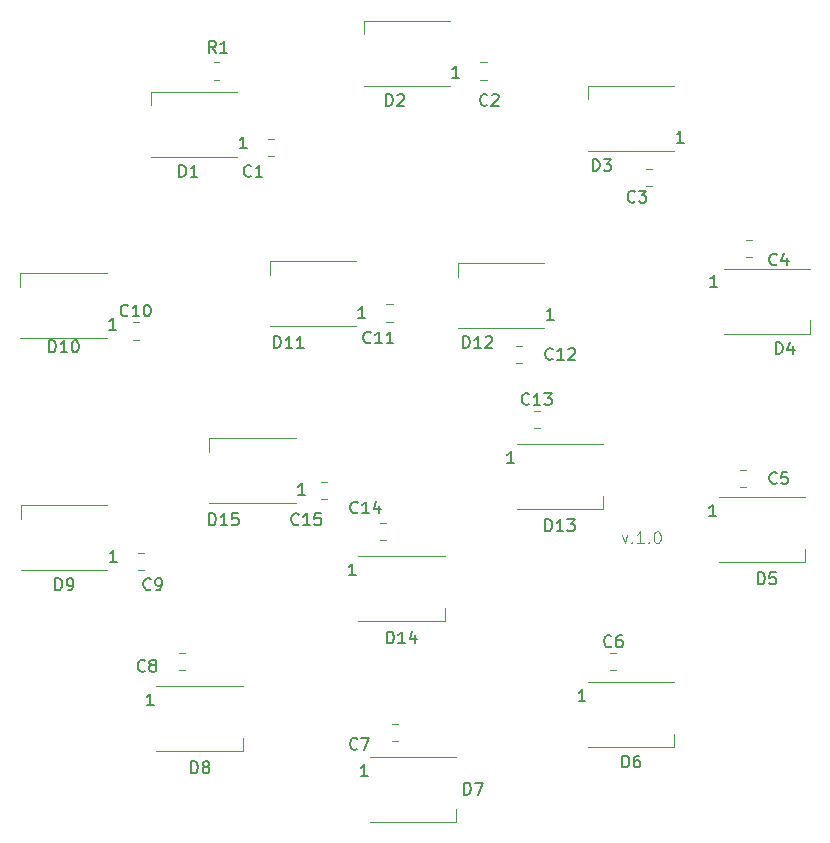
<source format=gbr>
%TF.GenerationSoftware,KiCad,Pcbnew,8.0.8*%
%TF.CreationDate,2025-04-01T18:22:34+02:00*%
%TF.ProjectId,Haibadge_B,48616962-6164-4676-955f-422e6b696361,rev?*%
%TF.SameCoordinates,Original*%
%TF.FileFunction,Legend,Top*%
%TF.FilePolarity,Positive*%
%FSLAX46Y46*%
G04 Gerber Fmt 4.6, Leading zero omitted, Abs format (unit mm)*
G04 Created by KiCad (PCBNEW 8.0.8) date 2025-04-01 18:22:34*
%MOMM*%
%LPD*%
G01*
G04 APERTURE LIST*
%ADD10C,0.100000*%
%ADD11C,0.150000*%
%ADD12C,0.120000*%
G04 APERTURE END LIST*
D10*
X158208646Y-149305752D02*
X158446741Y-149972419D01*
X158446741Y-149972419D02*
X158684836Y-149305752D01*
X159065789Y-149877180D02*
X159113408Y-149924800D01*
X159113408Y-149924800D02*
X159065789Y-149972419D01*
X159065789Y-149972419D02*
X159018170Y-149924800D01*
X159018170Y-149924800D02*
X159065789Y-149877180D01*
X159065789Y-149877180D02*
X159065789Y-149972419D01*
X160065788Y-149972419D02*
X159494360Y-149972419D01*
X159780074Y-149972419D02*
X159780074Y-148972419D01*
X159780074Y-148972419D02*
X159684836Y-149115276D01*
X159684836Y-149115276D02*
X159589598Y-149210514D01*
X159589598Y-149210514D02*
X159494360Y-149258133D01*
X160494360Y-149877180D02*
X160541979Y-149924800D01*
X160541979Y-149924800D02*
X160494360Y-149972419D01*
X160494360Y-149972419D02*
X160446741Y-149924800D01*
X160446741Y-149924800D02*
X160494360Y-149877180D01*
X160494360Y-149877180D02*
X160494360Y-149972419D01*
X161161026Y-148972419D02*
X161256264Y-148972419D01*
X161256264Y-148972419D02*
X161351502Y-149020038D01*
X161351502Y-149020038D02*
X161399121Y-149067657D01*
X161399121Y-149067657D02*
X161446740Y-149162895D01*
X161446740Y-149162895D02*
X161494359Y-149353371D01*
X161494359Y-149353371D02*
X161494359Y-149591466D01*
X161494359Y-149591466D02*
X161446740Y-149781942D01*
X161446740Y-149781942D02*
X161399121Y-149877180D01*
X161399121Y-149877180D02*
X161351502Y-149924800D01*
X161351502Y-149924800D02*
X161256264Y-149972419D01*
X161256264Y-149972419D02*
X161161026Y-149972419D01*
X161161026Y-149972419D02*
X161065788Y-149924800D01*
X161065788Y-149924800D02*
X161018169Y-149877180D01*
X161018169Y-149877180D02*
X160970550Y-149781942D01*
X160970550Y-149781942D02*
X160922931Y-149591466D01*
X160922931Y-149591466D02*
X160922931Y-149353371D01*
X160922931Y-149353371D02*
X160970550Y-149162895D01*
X160970550Y-149162895D02*
X161018169Y-149067657D01*
X161018169Y-149067657D02*
X161065788Y-149020038D01*
X161065788Y-149020038D02*
X161161026Y-148972419D01*
D11*
X126833333Y-118859580D02*
X126785714Y-118907200D01*
X126785714Y-118907200D02*
X126642857Y-118954819D01*
X126642857Y-118954819D02*
X126547619Y-118954819D01*
X126547619Y-118954819D02*
X126404762Y-118907200D01*
X126404762Y-118907200D02*
X126309524Y-118811961D01*
X126309524Y-118811961D02*
X126261905Y-118716723D01*
X126261905Y-118716723D02*
X126214286Y-118526247D01*
X126214286Y-118526247D02*
X126214286Y-118383390D01*
X126214286Y-118383390D02*
X126261905Y-118192914D01*
X126261905Y-118192914D02*
X126309524Y-118097676D01*
X126309524Y-118097676D02*
X126404762Y-118002438D01*
X126404762Y-118002438D02*
X126547619Y-117954819D01*
X126547619Y-117954819D02*
X126642857Y-117954819D01*
X126642857Y-117954819D02*
X126785714Y-118002438D01*
X126785714Y-118002438D02*
X126833333Y-118050057D01*
X127785714Y-118954819D02*
X127214286Y-118954819D01*
X127500000Y-118954819D02*
X127500000Y-117954819D01*
X127500000Y-117954819D02*
X127404762Y-118097676D01*
X127404762Y-118097676D02*
X127309524Y-118192914D01*
X127309524Y-118192914D02*
X127214286Y-118240533D01*
X123833333Y-108454819D02*
X123500000Y-107978628D01*
X123261905Y-108454819D02*
X123261905Y-107454819D01*
X123261905Y-107454819D02*
X123642857Y-107454819D01*
X123642857Y-107454819D02*
X123738095Y-107502438D01*
X123738095Y-107502438D02*
X123785714Y-107550057D01*
X123785714Y-107550057D02*
X123833333Y-107645295D01*
X123833333Y-107645295D02*
X123833333Y-107788152D01*
X123833333Y-107788152D02*
X123785714Y-107883390D01*
X123785714Y-107883390D02*
X123738095Y-107931009D01*
X123738095Y-107931009D02*
X123642857Y-107978628D01*
X123642857Y-107978628D02*
X123261905Y-107978628D01*
X124785714Y-108454819D02*
X124214286Y-108454819D01*
X124500000Y-108454819D02*
X124500000Y-107454819D01*
X124500000Y-107454819D02*
X124404762Y-107597676D01*
X124404762Y-107597676D02*
X124309524Y-107692914D01*
X124309524Y-107692914D02*
X124214286Y-107740533D01*
X171261905Y-133954819D02*
X171261905Y-132954819D01*
X171261905Y-132954819D02*
X171500000Y-132954819D01*
X171500000Y-132954819D02*
X171642857Y-133002438D01*
X171642857Y-133002438D02*
X171738095Y-133097676D01*
X171738095Y-133097676D02*
X171785714Y-133192914D01*
X171785714Y-133192914D02*
X171833333Y-133383390D01*
X171833333Y-133383390D02*
X171833333Y-133526247D01*
X171833333Y-133526247D02*
X171785714Y-133716723D01*
X171785714Y-133716723D02*
X171738095Y-133811961D01*
X171738095Y-133811961D02*
X171642857Y-133907200D01*
X171642857Y-133907200D02*
X171500000Y-133954819D01*
X171500000Y-133954819D02*
X171261905Y-133954819D01*
X172690476Y-133288152D02*
X172690476Y-133954819D01*
X172452381Y-132907200D02*
X172214286Y-133621485D01*
X172214286Y-133621485D02*
X172833333Y-133621485D01*
X166285714Y-128254819D02*
X165714286Y-128254819D01*
X166000000Y-128254819D02*
X166000000Y-127254819D01*
X166000000Y-127254819D02*
X165904762Y-127397676D01*
X165904762Y-127397676D02*
X165809524Y-127492914D01*
X165809524Y-127492914D02*
X165714286Y-127540533D01*
X118333333Y-153859580D02*
X118285714Y-153907200D01*
X118285714Y-153907200D02*
X118142857Y-153954819D01*
X118142857Y-153954819D02*
X118047619Y-153954819D01*
X118047619Y-153954819D02*
X117904762Y-153907200D01*
X117904762Y-153907200D02*
X117809524Y-153811961D01*
X117809524Y-153811961D02*
X117761905Y-153716723D01*
X117761905Y-153716723D02*
X117714286Y-153526247D01*
X117714286Y-153526247D02*
X117714286Y-153383390D01*
X117714286Y-153383390D02*
X117761905Y-153192914D01*
X117761905Y-153192914D02*
X117809524Y-153097676D01*
X117809524Y-153097676D02*
X117904762Y-153002438D01*
X117904762Y-153002438D02*
X118047619Y-152954819D01*
X118047619Y-152954819D02*
X118142857Y-152954819D01*
X118142857Y-152954819D02*
X118285714Y-153002438D01*
X118285714Y-153002438D02*
X118333333Y-153050057D01*
X118809524Y-153954819D02*
X119000000Y-153954819D01*
X119000000Y-153954819D02*
X119095238Y-153907200D01*
X119095238Y-153907200D02*
X119142857Y-153859580D01*
X119142857Y-153859580D02*
X119238095Y-153716723D01*
X119238095Y-153716723D02*
X119285714Y-153526247D01*
X119285714Y-153526247D02*
X119285714Y-153145295D01*
X119285714Y-153145295D02*
X119238095Y-153050057D01*
X119238095Y-153050057D02*
X119190476Y-153002438D01*
X119190476Y-153002438D02*
X119095238Y-152954819D01*
X119095238Y-152954819D02*
X118904762Y-152954819D01*
X118904762Y-152954819D02*
X118809524Y-153002438D01*
X118809524Y-153002438D02*
X118761905Y-153050057D01*
X118761905Y-153050057D02*
X118714286Y-153145295D01*
X118714286Y-153145295D02*
X118714286Y-153383390D01*
X118714286Y-153383390D02*
X118761905Y-153478628D01*
X118761905Y-153478628D02*
X118809524Y-153526247D01*
X118809524Y-153526247D02*
X118904762Y-153573866D01*
X118904762Y-153573866D02*
X119095238Y-153573866D01*
X119095238Y-153573866D02*
X119190476Y-153526247D01*
X119190476Y-153526247D02*
X119238095Y-153478628D01*
X119238095Y-153478628D02*
X119285714Y-153383390D01*
X151735714Y-148954819D02*
X151735714Y-147954819D01*
X151735714Y-147954819D02*
X151973809Y-147954819D01*
X151973809Y-147954819D02*
X152116666Y-148002438D01*
X152116666Y-148002438D02*
X152211904Y-148097676D01*
X152211904Y-148097676D02*
X152259523Y-148192914D01*
X152259523Y-148192914D02*
X152307142Y-148383390D01*
X152307142Y-148383390D02*
X152307142Y-148526247D01*
X152307142Y-148526247D02*
X152259523Y-148716723D01*
X152259523Y-148716723D02*
X152211904Y-148811961D01*
X152211904Y-148811961D02*
X152116666Y-148907200D01*
X152116666Y-148907200D02*
X151973809Y-148954819D01*
X151973809Y-148954819D02*
X151735714Y-148954819D01*
X153259523Y-148954819D02*
X152688095Y-148954819D01*
X152973809Y-148954819D02*
X152973809Y-147954819D01*
X152973809Y-147954819D02*
X152878571Y-148097676D01*
X152878571Y-148097676D02*
X152783333Y-148192914D01*
X152783333Y-148192914D02*
X152688095Y-148240533D01*
X153592857Y-147954819D02*
X154211904Y-147954819D01*
X154211904Y-147954819D02*
X153878571Y-148335771D01*
X153878571Y-148335771D02*
X154021428Y-148335771D01*
X154021428Y-148335771D02*
X154116666Y-148383390D01*
X154116666Y-148383390D02*
X154164285Y-148431009D01*
X154164285Y-148431009D02*
X154211904Y-148526247D01*
X154211904Y-148526247D02*
X154211904Y-148764342D01*
X154211904Y-148764342D02*
X154164285Y-148859580D01*
X154164285Y-148859580D02*
X154116666Y-148907200D01*
X154116666Y-148907200D02*
X154021428Y-148954819D01*
X154021428Y-148954819D02*
X153735714Y-148954819D01*
X153735714Y-148954819D02*
X153640476Y-148907200D01*
X153640476Y-148907200D02*
X153592857Y-148859580D01*
X149085714Y-143204819D02*
X148514286Y-143204819D01*
X148800000Y-143204819D02*
X148800000Y-142204819D01*
X148800000Y-142204819D02*
X148704762Y-142347676D01*
X148704762Y-142347676D02*
X148609524Y-142442914D01*
X148609524Y-142442914D02*
X148514286Y-142490533D01*
X121761905Y-169454819D02*
X121761905Y-168454819D01*
X121761905Y-168454819D02*
X122000000Y-168454819D01*
X122000000Y-168454819D02*
X122142857Y-168502438D01*
X122142857Y-168502438D02*
X122238095Y-168597676D01*
X122238095Y-168597676D02*
X122285714Y-168692914D01*
X122285714Y-168692914D02*
X122333333Y-168883390D01*
X122333333Y-168883390D02*
X122333333Y-169026247D01*
X122333333Y-169026247D02*
X122285714Y-169216723D01*
X122285714Y-169216723D02*
X122238095Y-169311961D01*
X122238095Y-169311961D02*
X122142857Y-169407200D01*
X122142857Y-169407200D02*
X122000000Y-169454819D01*
X122000000Y-169454819D02*
X121761905Y-169454819D01*
X122904762Y-168883390D02*
X122809524Y-168835771D01*
X122809524Y-168835771D02*
X122761905Y-168788152D01*
X122761905Y-168788152D02*
X122714286Y-168692914D01*
X122714286Y-168692914D02*
X122714286Y-168645295D01*
X122714286Y-168645295D02*
X122761905Y-168550057D01*
X122761905Y-168550057D02*
X122809524Y-168502438D01*
X122809524Y-168502438D02*
X122904762Y-168454819D01*
X122904762Y-168454819D02*
X123095238Y-168454819D01*
X123095238Y-168454819D02*
X123190476Y-168502438D01*
X123190476Y-168502438D02*
X123238095Y-168550057D01*
X123238095Y-168550057D02*
X123285714Y-168645295D01*
X123285714Y-168645295D02*
X123285714Y-168692914D01*
X123285714Y-168692914D02*
X123238095Y-168788152D01*
X123238095Y-168788152D02*
X123190476Y-168835771D01*
X123190476Y-168835771D02*
X123095238Y-168883390D01*
X123095238Y-168883390D02*
X122904762Y-168883390D01*
X122904762Y-168883390D02*
X122809524Y-168931009D01*
X122809524Y-168931009D02*
X122761905Y-168978628D01*
X122761905Y-168978628D02*
X122714286Y-169073866D01*
X122714286Y-169073866D02*
X122714286Y-169264342D01*
X122714286Y-169264342D02*
X122761905Y-169359580D01*
X122761905Y-169359580D02*
X122809524Y-169407200D01*
X122809524Y-169407200D02*
X122904762Y-169454819D01*
X122904762Y-169454819D02*
X123095238Y-169454819D01*
X123095238Y-169454819D02*
X123190476Y-169407200D01*
X123190476Y-169407200D02*
X123238095Y-169359580D01*
X123238095Y-169359580D02*
X123285714Y-169264342D01*
X123285714Y-169264342D02*
X123285714Y-169073866D01*
X123285714Y-169073866D02*
X123238095Y-168978628D01*
X123238095Y-168978628D02*
X123190476Y-168931009D01*
X123190476Y-168931009D02*
X123095238Y-168883390D01*
X118585714Y-163704819D02*
X118014286Y-163704819D01*
X118300000Y-163704819D02*
X118300000Y-162704819D01*
X118300000Y-162704819D02*
X118204762Y-162847676D01*
X118204762Y-162847676D02*
X118109524Y-162942914D01*
X118109524Y-162942914D02*
X118014286Y-162990533D01*
X146833333Y-112859580D02*
X146785714Y-112907200D01*
X146785714Y-112907200D02*
X146642857Y-112954819D01*
X146642857Y-112954819D02*
X146547619Y-112954819D01*
X146547619Y-112954819D02*
X146404762Y-112907200D01*
X146404762Y-112907200D02*
X146309524Y-112811961D01*
X146309524Y-112811961D02*
X146261905Y-112716723D01*
X146261905Y-112716723D02*
X146214286Y-112526247D01*
X146214286Y-112526247D02*
X146214286Y-112383390D01*
X146214286Y-112383390D02*
X146261905Y-112192914D01*
X146261905Y-112192914D02*
X146309524Y-112097676D01*
X146309524Y-112097676D02*
X146404762Y-112002438D01*
X146404762Y-112002438D02*
X146547619Y-111954819D01*
X146547619Y-111954819D02*
X146642857Y-111954819D01*
X146642857Y-111954819D02*
X146785714Y-112002438D01*
X146785714Y-112002438D02*
X146833333Y-112050057D01*
X147214286Y-112050057D02*
X147261905Y-112002438D01*
X147261905Y-112002438D02*
X147357143Y-111954819D01*
X147357143Y-111954819D02*
X147595238Y-111954819D01*
X147595238Y-111954819D02*
X147690476Y-112002438D01*
X147690476Y-112002438D02*
X147738095Y-112050057D01*
X147738095Y-112050057D02*
X147785714Y-112145295D01*
X147785714Y-112145295D02*
X147785714Y-112240533D01*
X147785714Y-112240533D02*
X147738095Y-112383390D01*
X147738095Y-112383390D02*
X147166667Y-112954819D01*
X147166667Y-112954819D02*
X147785714Y-112954819D01*
X138261905Y-112954819D02*
X138261905Y-111954819D01*
X138261905Y-111954819D02*
X138500000Y-111954819D01*
X138500000Y-111954819D02*
X138642857Y-112002438D01*
X138642857Y-112002438D02*
X138738095Y-112097676D01*
X138738095Y-112097676D02*
X138785714Y-112192914D01*
X138785714Y-112192914D02*
X138833333Y-112383390D01*
X138833333Y-112383390D02*
X138833333Y-112526247D01*
X138833333Y-112526247D02*
X138785714Y-112716723D01*
X138785714Y-112716723D02*
X138738095Y-112811961D01*
X138738095Y-112811961D02*
X138642857Y-112907200D01*
X138642857Y-112907200D02*
X138500000Y-112954819D01*
X138500000Y-112954819D02*
X138261905Y-112954819D01*
X139214286Y-112050057D02*
X139261905Y-112002438D01*
X139261905Y-112002438D02*
X139357143Y-111954819D01*
X139357143Y-111954819D02*
X139595238Y-111954819D01*
X139595238Y-111954819D02*
X139690476Y-112002438D01*
X139690476Y-112002438D02*
X139738095Y-112050057D01*
X139738095Y-112050057D02*
X139785714Y-112145295D01*
X139785714Y-112145295D02*
X139785714Y-112240533D01*
X139785714Y-112240533D02*
X139738095Y-112383390D01*
X139738095Y-112383390D02*
X139166667Y-112954819D01*
X139166667Y-112954819D02*
X139785714Y-112954819D01*
X144435714Y-110554819D02*
X143864286Y-110554819D01*
X144150000Y-110554819D02*
X144150000Y-109554819D01*
X144150000Y-109554819D02*
X144054762Y-109697676D01*
X144054762Y-109697676D02*
X143959524Y-109792914D01*
X143959524Y-109792914D02*
X143864286Y-109840533D01*
X128785714Y-133454819D02*
X128785714Y-132454819D01*
X128785714Y-132454819D02*
X129023809Y-132454819D01*
X129023809Y-132454819D02*
X129166666Y-132502438D01*
X129166666Y-132502438D02*
X129261904Y-132597676D01*
X129261904Y-132597676D02*
X129309523Y-132692914D01*
X129309523Y-132692914D02*
X129357142Y-132883390D01*
X129357142Y-132883390D02*
X129357142Y-133026247D01*
X129357142Y-133026247D02*
X129309523Y-133216723D01*
X129309523Y-133216723D02*
X129261904Y-133311961D01*
X129261904Y-133311961D02*
X129166666Y-133407200D01*
X129166666Y-133407200D02*
X129023809Y-133454819D01*
X129023809Y-133454819D02*
X128785714Y-133454819D01*
X130309523Y-133454819D02*
X129738095Y-133454819D01*
X130023809Y-133454819D02*
X130023809Y-132454819D01*
X130023809Y-132454819D02*
X129928571Y-132597676D01*
X129928571Y-132597676D02*
X129833333Y-132692914D01*
X129833333Y-132692914D02*
X129738095Y-132740533D01*
X131261904Y-133454819D02*
X130690476Y-133454819D01*
X130976190Y-133454819D02*
X130976190Y-132454819D01*
X130976190Y-132454819D02*
X130880952Y-132597676D01*
X130880952Y-132597676D02*
X130785714Y-132692914D01*
X130785714Y-132692914D02*
X130690476Y-132740533D01*
X136485714Y-130904819D02*
X135914286Y-130904819D01*
X136200000Y-130904819D02*
X136200000Y-129904819D01*
X136200000Y-129904819D02*
X136104762Y-130047676D01*
X136104762Y-130047676D02*
X136009524Y-130142914D01*
X136009524Y-130142914D02*
X135914286Y-130190533D01*
X144785714Y-133454819D02*
X144785714Y-132454819D01*
X144785714Y-132454819D02*
X145023809Y-132454819D01*
X145023809Y-132454819D02*
X145166666Y-132502438D01*
X145166666Y-132502438D02*
X145261904Y-132597676D01*
X145261904Y-132597676D02*
X145309523Y-132692914D01*
X145309523Y-132692914D02*
X145357142Y-132883390D01*
X145357142Y-132883390D02*
X145357142Y-133026247D01*
X145357142Y-133026247D02*
X145309523Y-133216723D01*
X145309523Y-133216723D02*
X145261904Y-133311961D01*
X145261904Y-133311961D02*
X145166666Y-133407200D01*
X145166666Y-133407200D02*
X145023809Y-133454819D01*
X145023809Y-133454819D02*
X144785714Y-133454819D01*
X146309523Y-133454819D02*
X145738095Y-133454819D01*
X146023809Y-133454819D02*
X146023809Y-132454819D01*
X146023809Y-132454819D02*
X145928571Y-132597676D01*
X145928571Y-132597676D02*
X145833333Y-132692914D01*
X145833333Y-132692914D02*
X145738095Y-132740533D01*
X146690476Y-132550057D02*
X146738095Y-132502438D01*
X146738095Y-132502438D02*
X146833333Y-132454819D01*
X146833333Y-132454819D02*
X147071428Y-132454819D01*
X147071428Y-132454819D02*
X147166666Y-132502438D01*
X147166666Y-132502438D02*
X147214285Y-132550057D01*
X147214285Y-132550057D02*
X147261904Y-132645295D01*
X147261904Y-132645295D02*
X147261904Y-132740533D01*
X147261904Y-132740533D02*
X147214285Y-132883390D01*
X147214285Y-132883390D02*
X146642857Y-133454819D01*
X146642857Y-133454819D02*
X147261904Y-133454819D01*
X152435714Y-131054819D02*
X151864286Y-131054819D01*
X152150000Y-131054819D02*
X152150000Y-130054819D01*
X152150000Y-130054819D02*
X152054762Y-130197676D01*
X152054762Y-130197676D02*
X151959524Y-130292914D01*
X151959524Y-130292914D02*
X151864286Y-130340533D01*
X123285714Y-148454819D02*
X123285714Y-147454819D01*
X123285714Y-147454819D02*
X123523809Y-147454819D01*
X123523809Y-147454819D02*
X123666666Y-147502438D01*
X123666666Y-147502438D02*
X123761904Y-147597676D01*
X123761904Y-147597676D02*
X123809523Y-147692914D01*
X123809523Y-147692914D02*
X123857142Y-147883390D01*
X123857142Y-147883390D02*
X123857142Y-148026247D01*
X123857142Y-148026247D02*
X123809523Y-148216723D01*
X123809523Y-148216723D02*
X123761904Y-148311961D01*
X123761904Y-148311961D02*
X123666666Y-148407200D01*
X123666666Y-148407200D02*
X123523809Y-148454819D01*
X123523809Y-148454819D02*
X123285714Y-148454819D01*
X124809523Y-148454819D02*
X124238095Y-148454819D01*
X124523809Y-148454819D02*
X124523809Y-147454819D01*
X124523809Y-147454819D02*
X124428571Y-147597676D01*
X124428571Y-147597676D02*
X124333333Y-147692914D01*
X124333333Y-147692914D02*
X124238095Y-147740533D01*
X125714285Y-147454819D02*
X125238095Y-147454819D01*
X125238095Y-147454819D02*
X125190476Y-147931009D01*
X125190476Y-147931009D02*
X125238095Y-147883390D01*
X125238095Y-147883390D02*
X125333333Y-147835771D01*
X125333333Y-147835771D02*
X125571428Y-147835771D01*
X125571428Y-147835771D02*
X125666666Y-147883390D01*
X125666666Y-147883390D02*
X125714285Y-147931009D01*
X125714285Y-147931009D02*
X125761904Y-148026247D01*
X125761904Y-148026247D02*
X125761904Y-148264342D01*
X125761904Y-148264342D02*
X125714285Y-148359580D01*
X125714285Y-148359580D02*
X125666666Y-148407200D01*
X125666666Y-148407200D02*
X125571428Y-148454819D01*
X125571428Y-148454819D02*
X125333333Y-148454819D01*
X125333333Y-148454819D02*
X125238095Y-148407200D01*
X125238095Y-148407200D02*
X125190476Y-148359580D01*
X131385714Y-145904819D02*
X130814286Y-145904819D01*
X131100000Y-145904819D02*
X131100000Y-144904819D01*
X131100000Y-144904819D02*
X131004762Y-145047676D01*
X131004762Y-145047676D02*
X130909524Y-145142914D01*
X130909524Y-145142914D02*
X130814286Y-145190533D01*
X135833333Y-167359580D02*
X135785714Y-167407200D01*
X135785714Y-167407200D02*
X135642857Y-167454819D01*
X135642857Y-167454819D02*
X135547619Y-167454819D01*
X135547619Y-167454819D02*
X135404762Y-167407200D01*
X135404762Y-167407200D02*
X135309524Y-167311961D01*
X135309524Y-167311961D02*
X135261905Y-167216723D01*
X135261905Y-167216723D02*
X135214286Y-167026247D01*
X135214286Y-167026247D02*
X135214286Y-166883390D01*
X135214286Y-166883390D02*
X135261905Y-166692914D01*
X135261905Y-166692914D02*
X135309524Y-166597676D01*
X135309524Y-166597676D02*
X135404762Y-166502438D01*
X135404762Y-166502438D02*
X135547619Y-166454819D01*
X135547619Y-166454819D02*
X135642857Y-166454819D01*
X135642857Y-166454819D02*
X135785714Y-166502438D01*
X135785714Y-166502438D02*
X135833333Y-166550057D01*
X136166667Y-166454819D02*
X136833333Y-166454819D01*
X136833333Y-166454819D02*
X136404762Y-167454819D01*
X116407142Y-130679580D02*
X116359523Y-130727200D01*
X116359523Y-130727200D02*
X116216666Y-130774819D01*
X116216666Y-130774819D02*
X116121428Y-130774819D01*
X116121428Y-130774819D02*
X115978571Y-130727200D01*
X115978571Y-130727200D02*
X115883333Y-130631961D01*
X115883333Y-130631961D02*
X115835714Y-130536723D01*
X115835714Y-130536723D02*
X115788095Y-130346247D01*
X115788095Y-130346247D02*
X115788095Y-130203390D01*
X115788095Y-130203390D02*
X115835714Y-130012914D01*
X115835714Y-130012914D02*
X115883333Y-129917676D01*
X115883333Y-129917676D02*
X115978571Y-129822438D01*
X115978571Y-129822438D02*
X116121428Y-129774819D01*
X116121428Y-129774819D02*
X116216666Y-129774819D01*
X116216666Y-129774819D02*
X116359523Y-129822438D01*
X116359523Y-129822438D02*
X116407142Y-129870057D01*
X117359523Y-130774819D02*
X116788095Y-130774819D01*
X117073809Y-130774819D02*
X117073809Y-129774819D01*
X117073809Y-129774819D02*
X116978571Y-129917676D01*
X116978571Y-129917676D02*
X116883333Y-130012914D01*
X116883333Y-130012914D02*
X116788095Y-130060533D01*
X117978571Y-129774819D02*
X118073809Y-129774819D01*
X118073809Y-129774819D02*
X118169047Y-129822438D01*
X118169047Y-129822438D02*
X118216666Y-129870057D01*
X118216666Y-129870057D02*
X118264285Y-129965295D01*
X118264285Y-129965295D02*
X118311904Y-130155771D01*
X118311904Y-130155771D02*
X118311904Y-130393866D01*
X118311904Y-130393866D02*
X118264285Y-130584342D01*
X118264285Y-130584342D02*
X118216666Y-130679580D01*
X118216666Y-130679580D02*
X118169047Y-130727200D01*
X118169047Y-130727200D02*
X118073809Y-130774819D01*
X118073809Y-130774819D02*
X117978571Y-130774819D01*
X117978571Y-130774819D02*
X117883333Y-130727200D01*
X117883333Y-130727200D02*
X117835714Y-130679580D01*
X117835714Y-130679580D02*
X117788095Y-130584342D01*
X117788095Y-130584342D02*
X117740476Y-130393866D01*
X117740476Y-130393866D02*
X117740476Y-130155771D01*
X117740476Y-130155771D02*
X117788095Y-129965295D01*
X117788095Y-129965295D02*
X117835714Y-129870057D01*
X117835714Y-129870057D02*
X117883333Y-129822438D01*
X117883333Y-129822438D02*
X117978571Y-129774819D01*
X136957142Y-132959580D02*
X136909523Y-133007200D01*
X136909523Y-133007200D02*
X136766666Y-133054819D01*
X136766666Y-133054819D02*
X136671428Y-133054819D01*
X136671428Y-133054819D02*
X136528571Y-133007200D01*
X136528571Y-133007200D02*
X136433333Y-132911961D01*
X136433333Y-132911961D02*
X136385714Y-132816723D01*
X136385714Y-132816723D02*
X136338095Y-132626247D01*
X136338095Y-132626247D02*
X136338095Y-132483390D01*
X136338095Y-132483390D02*
X136385714Y-132292914D01*
X136385714Y-132292914D02*
X136433333Y-132197676D01*
X136433333Y-132197676D02*
X136528571Y-132102438D01*
X136528571Y-132102438D02*
X136671428Y-132054819D01*
X136671428Y-132054819D02*
X136766666Y-132054819D01*
X136766666Y-132054819D02*
X136909523Y-132102438D01*
X136909523Y-132102438D02*
X136957142Y-132150057D01*
X137909523Y-133054819D02*
X137338095Y-133054819D01*
X137623809Y-133054819D02*
X137623809Y-132054819D01*
X137623809Y-132054819D02*
X137528571Y-132197676D01*
X137528571Y-132197676D02*
X137433333Y-132292914D01*
X137433333Y-132292914D02*
X137338095Y-132340533D01*
X138861904Y-133054819D02*
X138290476Y-133054819D01*
X138576190Y-133054819D02*
X138576190Y-132054819D01*
X138576190Y-132054819D02*
X138480952Y-132197676D01*
X138480952Y-132197676D02*
X138385714Y-132292914D01*
X138385714Y-132292914D02*
X138290476Y-132340533D01*
X158261905Y-168954819D02*
X158261905Y-167954819D01*
X158261905Y-167954819D02*
X158500000Y-167954819D01*
X158500000Y-167954819D02*
X158642857Y-168002438D01*
X158642857Y-168002438D02*
X158738095Y-168097676D01*
X158738095Y-168097676D02*
X158785714Y-168192914D01*
X158785714Y-168192914D02*
X158833333Y-168383390D01*
X158833333Y-168383390D02*
X158833333Y-168526247D01*
X158833333Y-168526247D02*
X158785714Y-168716723D01*
X158785714Y-168716723D02*
X158738095Y-168811961D01*
X158738095Y-168811961D02*
X158642857Y-168907200D01*
X158642857Y-168907200D02*
X158500000Y-168954819D01*
X158500000Y-168954819D02*
X158261905Y-168954819D01*
X159690476Y-167954819D02*
X159500000Y-167954819D01*
X159500000Y-167954819D02*
X159404762Y-168002438D01*
X159404762Y-168002438D02*
X159357143Y-168050057D01*
X159357143Y-168050057D02*
X159261905Y-168192914D01*
X159261905Y-168192914D02*
X159214286Y-168383390D01*
X159214286Y-168383390D02*
X159214286Y-168764342D01*
X159214286Y-168764342D02*
X159261905Y-168859580D01*
X159261905Y-168859580D02*
X159309524Y-168907200D01*
X159309524Y-168907200D02*
X159404762Y-168954819D01*
X159404762Y-168954819D02*
X159595238Y-168954819D01*
X159595238Y-168954819D02*
X159690476Y-168907200D01*
X159690476Y-168907200D02*
X159738095Y-168859580D01*
X159738095Y-168859580D02*
X159785714Y-168764342D01*
X159785714Y-168764342D02*
X159785714Y-168526247D01*
X159785714Y-168526247D02*
X159738095Y-168431009D01*
X159738095Y-168431009D02*
X159690476Y-168383390D01*
X159690476Y-168383390D02*
X159595238Y-168335771D01*
X159595238Y-168335771D02*
X159404762Y-168335771D01*
X159404762Y-168335771D02*
X159309524Y-168383390D01*
X159309524Y-168383390D02*
X159261905Y-168431009D01*
X159261905Y-168431009D02*
X159214286Y-168526247D01*
X155135714Y-163354819D02*
X154564286Y-163354819D01*
X154850000Y-163354819D02*
X154850000Y-162354819D01*
X154850000Y-162354819D02*
X154754762Y-162497676D01*
X154754762Y-162497676D02*
X154659524Y-162592914D01*
X154659524Y-162592914D02*
X154564286Y-162640533D01*
X150357142Y-138179580D02*
X150309523Y-138227200D01*
X150309523Y-138227200D02*
X150166666Y-138274819D01*
X150166666Y-138274819D02*
X150071428Y-138274819D01*
X150071428Y-138274819D02*
X149928571Y-138227200D01*
X149928571Y-138227200D02*
X149833333Y-138131961D01*
X149833333Y-138131961D02*
X149785714Y-138036723D01*
X149785714Y-138036723D02*
X149738095Y-137846247D01*
X149738095Y-137846247D02*
X149738095Y-137703390D01*
X149738095Y-137703390D02*
X149785714Y-137512914D01*
X149785714Y-137512914D02*
X149833333Y-137417676D01*
X149833333Y-137417676D02*
X149928571Y-137322438D01*
X149928571Y-137322438D02*
X150071428Y-137274819D01*
X150071428Y-137274819D02*
X150166666Y-137274819D01*
X150166666Y-137274819D02*
X150309523Y-137322438D01*
X150309523Y-137322438D02*
X150357142Y-137370057D01*
X151309523Y-138274819D02*
X150738095Y-138274819D01*
X151023809Y-138274819D02*
X151023809Y-137274819D01*
X151023809Y-137274819D02*
X150928571Y-137417676D01*
X150928571Y-137417676D02*
X150833333Y-137512914D01*
X150833333Y-137512914D02*
X150738095Y-137560533D01*
X151642857Y-137274819D02*
X152261904Y-137274819D01*
X152261904Y-137274819D02*
X151928571Y-137655771D01*
X151928571Y-137655771D02*
X152071428Y-137655771D01*
X152071428Y-137655771D02*
X152166666Y-137703390D01*
X152166666Y-137703390D02*
X152214285Y-137751009D01*
X152214285Y-137751009D02*
X152261904Y-137846247D01*
X152261904Y-137846247D02*
X152261904Y-138084342D01*
X152261904Y-138084342D02*
X152214285Y-138179580D01*
X152214285Y-138179580D02*
X152166666Y-138227200D01*
X152166666Y-138227200D02*
X152071428Y-138274819D01*
X152071428Y-138274819D02*
X151785714Y-138274819D01*
X151785714Y-138274819D02*
X151690476Y-138227200D01*
X151690476Y-138227200D02*
X151642857Y-138179580D01*
X130857142Y-148359580D02*
X130809523Y-148407200D01*
X130809523Y-148407200D02*
X130666666Y-148454819D01*
X130666666Y-148454819D02*
X130571428Y-148454819D01*
X130571428Y-148454819D02*
X130428571Y-148407200D01*
X130428571Y-148407200D02*
X130333333Y-148311961D01*
X130333333Y-148311961D02*
X130285714Y-148216723D01*
X130285714Y-148216723D02*
X130238095Y-148026247D01*
X130238095Y-148026247D02*
X130238095Y-147883390D01*
X130238095Y-147883390D02*
X130285714Y-147692914D01*
X130285714Y-147692914D02*
X130333333Y-147597676D01*
X130333333Y-147597676D02*
X130428571Y-147502438D01*
X130428571Y-147502438D02*
X130571428Y-147454819D01*
X130571428Y-147454819D02*
X130666666Y-147454819D01*
X130666666Y-147454819D02*
X130809523Y-147502438D01*
X130809523Y-147502438D02*
X130857142Y-147550057D01*
X131809523Y-148454819D02*
X131238095Y-148454819D01*
X131523809Y-148454819D02*
X131523809Y-147454819D01*
X131523809Y-147454819D02*
X131428571Y-147597676D01*
X131428571Y-147597676D02*
X131333333Y-147692914D01*
X131333333Y-147692914D02*
X131238095Y-147740533D01*
X132714285Y-147454819D02*
X132238095Y-147454819D01*
X132238095Y-147454819D02*
X132190476Y-147931009D01*
X132190476Y-147931009D02*
X132238095Y-147883390D01*
X132238095Y-147883390D02*
X132333333Y-147835771D01*
X132333333Y-147835771D02*
X132571428Y-147835771D01*
X132571428Y-147835771D02*
X132666666Y-147883390D01*
X132666666Y-147883390D02*
X132714285Y-147931009D01*
X132714285Y-147931009D02*
X132761904Y-148026247D01*
X132761904Y-148026247D02*
X132761904Y-148264342D01*
X132761904Y-148264342D02*
X132714285Y-148359580D01*
X132714285Y-148359580D02*
X132666666Y-148407200D01*
X132666666Y-148407200D02*
X132571428Y-148454819D01*
X132571428Y-148454819D02*
X132333333Y-148454819D01*
X132333333Y-148454819D02*
X132238095Y-148407200D01*
X132238095Y-148407200D02*
X132190476Y-148359580D01*
X138335714Y-158454819D02*
X138335714Y-157454819D01*
X138335714Y-157454819D02*
X138573809Y-157454819D01*
X138573809Y-157454819D02*
X138716666Y-157502438D01*
X138716666Y-157502438D02*
X138811904Y-157597676D01*
X138811904Y-157597676D02*
X138859523Y-157692914D01*
X138859523Y-157692914D02*
X138907142Y-157883390D01*
X138907142Y-157883390D02*
X138907142Y-158026247D01*
X138907142Y-158026247D02*
X138859523Y-158216723D01*
X138859523Y-158216723D02*
X138811904Y-158311961D01*
X138811904Y-158311961D02*
X138716666Y-158407200D01*
X138716666Y-158407200D02*
X138573809Y-158454819D01*
X138573809Y-158454819D02*
X138335714Y-158454819D01*
X139859523Y-158454819D02*
X139288095Y-158454819D01*
X139573809Y-158454819D02*
X139573809Y-157454819D01*
X139573809Y-157454819D02*
X139478571Y-157597676D01*
X139478571Y-157597676D02*
X139383333Y-157692914D01*
X139383333Y-157692914D02*
X139288095Y-157740533D01*
X140716666Y-157788152D02*
X140716666Y-158454819D01*
X140478571Y-157407200D02*
X140240476Y-158121485D01*
X140240476Y-158121485D02*
X140859523Y-158121485D01*
X135685714Y-152704819D02*
X135114286Y-152704819D01*
X135400000Y-152704819D02*
X135400000Y-151704819D01*
X135400000Y-151704819D02*
X135304762Y-151847676D01*
X135304762Y-151847676D02*
X135209524Y-151942914D01*
X135209524Y-151942914D02*
X135114286Y-151990533D01*
X159333333Y-121039580D02*
X159285714Y-121087200D01*
X159285714Y-121087200D02*
X159142857Y-121134819D01*
X159142857Y-121134819D02*
X159047619Y-121134819D01*
X159047619Y-121134819D02*
X158904762Y-121087200D01*
X158904762Y-121087200D02*
X158809524Y-120991961D01*
X158809524Y-120991961D02*
X158761905Y-120896723D01*
X158761905Y-120896723D02*
X158714286Y-120706247D01*
X158714286Y-120706247D02*
X158714286Y-120563390D01*
X158714286Y-120563390D02*
X158761905Y-120372914D01*
X158761905Y-120372914D02*
X158809524Y-120277676D01*
X158809524Y-120277676D02*
X158904762Y-120182438D01*
X158904762Y-120182438D02*
X159047619Y-120134819D01*
X159047619Y-120134819D02*
X159142857Y-120134819D01*
X159142857Y-120134819D02*
X159285714Y-120182438D01*
X159285714Y-120182438D02*
X159333333Y-120230057D01*
X159666667Y-120134819D02*
X160285714Y-120134819D01*
X160285714Y-120134819D02*
X159952381Y-120515771D01*
X159952381Y-120515771D02*
X160095238Y-120515771D01*
X160095238Y-120515771D02*
X160190476Y-120563390D01*
X160190476Y-120563390D02*
X160238095Y-120611009D01*
X160238095Y-120611009D02*
X160285714Y-120706247D01*
X160285714Y-120706247D02*
X160285714Y-120944342D01*
X160285714Y-120944342D02*
X160238095Y-121039580D01*
X160238095Y-121039580D02*
X160190476Y-121087200D01*
X160190476Y-121087200D02*
X160095238Y-121134819D01*
X160095238Y-121134819D02*
X159809524Y-121134819D01*
X159809524Y-121134819D02*
X159714286Y-121087200D01*
X159714286Y-121087200D02*
X159666667Y-121039580D01*
X152357142Y-134359580D02*
X152309523Y-134407200D01*
X152309523Y-134407200D02*
X152166666Y-134454819D01*
X152166666Y-134454819D02*
X152071428Y-134454819D01*
X152071428Y-134454819D02*
X151928571Y-134407200D01*
X151928571Y-134407200D02*
X151833333Y-134311961D01*
X151833333Y-134311961D02*
X151785714Y-134216723D01*
X151785714Y-134216723D02*
X151738095Y-134026247D01*
X151738095Y-134026247D02*
X151738095Y-133883390D01*
X151738095Y-133883390D02*
X151785714Y-133692914D01*
X151785714Y-133692914D02*
X151833333Y-133597676D01*
X151833333Y-133597676D02*
X151928571Y-133502438D01*
X151928571Y-133502438D02*
X152071428Y-133454819D01*
X152071428Y-133454819D02*
X152166666Y-133454819D01*
X152166666Y-133454819D02*
X152309523Y-133502438D01*
X152309523Y-133502438D02*
X152357142Y-133550057D01*
X153309523Y-134454819D02*
X152738095Y-134454819D01*
X153023809Y-134454819D02*
X153023809Y-133454819D01*
X153023809Y-133454819D02*
X152928571Y-133597676D01*
X152928571Y-133597676D02*
X152833333Y-133692914D01*
X152833333Y-133692914D02*
X152738095Y-133740533D01*
X153690476Y-133550057D02*
X153738095Y-133502438D01*
X153738095Y-133502438D02*
X153833333Y-133454819D01*
X153833333Y-133454819D02*
X154071428Y-133454819D01*
X154071428Y-133454819D02*
X154166666Y-133502438D01*
X154166666Y-133502438D02*
X154214285Y-133550057D01*
X154214285Y-133550057D02*
X154261904Y-133645295D01*
X154261904Y-133645295D02*
X154261904Y-133740533D01*
X154261904Y-133740533D02*
X154214285Y-133883390D01*
X154214285Y-133883390D02*
X153642857Y-134454819D01*
X153642857Y-134454819D02*
X154261904Y-134454819D01*
X171333333Y-144859580D02*
X171285714Y-144907200D01*
X171285714Y-144907200D02*
X171142857Y-144954819D01*
X171142857Y-144954819D02*
X171047619Y-144954819D01*
X171047619Y-144954819D02*
X170904762Y-144907200D01*
X170904762Y-144907200D02*
X170809524Y-144811961D01*
X170809524Y-144811961D02*
X170761905Y-144716723D01*
X170761905Y-144716723D02*
X170714286Y-144526247D01*
X170714286Y-144526247D02*
X170714286Y-144383390D01*
X170714286Y-144383390D02*
X170761905Y-144192914D01*
X170761905Y-144192914D02*
X170809524Y-144097676D01*
X170809524Y-144097676D02*
X170904762Y-144002438D01*
X170904762Y-144002438D02*
X171047619Y-143954819D01*
X171047619Y-143954819D02*
X171142857Y-143954819D01*
X171142857Y-143954819D02*
X171285714Y-144002438D01*
X171285714Y-144002438D02*
X171333333Y-144050057D01*
X172238095Y-143954819D02*
X171761905Y-143954819D01*
X171761905Y-143954819D02*
X171714286Y-144431009D01*
X171714286Y-144431009D02*
X171761905Y-144383390D01*
X171761905Y-144383390D02*
X171857143Y-144335771D01*
X171857143Y-144335771D02*
X172095238Y-144335771D01*
X172095238Y-144335771D02*
X172190476Y-144383390D01*
X172190476Y-144383390D02*
X172238095Y-144431009D01*
X172238095Y-144431009D02*
X172285714Y-144526247D01*
X172285714Y-144526247D02*
X172285714Y-144764342D01*
X172285714Y-144764342D02*
X172238095Y-144859580D01*
X172238095Y-144859580D02*
X172190476Y-144907200D01*
X172190476Y-144907200D02*
X172095238Y-144954819D01*
X172095238Y-144954819D02*
X171857143Y-144954819D01*
X171857143Y-144954819D02*
X171761905Y-144907200D01*
X171761905Y-144907200D02*
X171714286Y-144859580D01*
X144861905Y-171254819D02*
X144861905Y-170254819D01*
X144861905Y-170254819D02*
X145100000Y-170254819D01*
X145100000Y-170254819D02*
X145242857Y-170302438D01*
X145242857Y-170302438D02*
X145338095Y-170397676D01*
X145338095Y-170397676D02*
X145385714Y-170492914D01*
X145385714Y-170492914D02*
X145433333Y-170683390D01*
X145433333Y-170683390D02*
X145433333Y-170826247D01*
X145433333Y-170826247D02*
X145385714Y-171016723D01*
X145385714Y-171016723D02*
X145338095Y-171111961D01*
X145338095Y-171111961D02*
X145242857Y-171207200D01*
X145242857Y-171207200D02*
X145100000Y-171254819D01*
X145100000Y-171254819D02*
X144861905Y-171254819D01*
X145766667Y-170254819D02*
X146433333Y-170254819D01*
X146433333Y-170254819D02*
X146004762Y-171254819D01*
X136685714Y-169704819D02*
X136114286Y-169704819D01*
X136400000Y-169704819D02*
X136400000Y-168704819D01*
X136400000Y-168704819D02*
X136304762Y-168847676D01*
X136304762Y-168847676D02*
X136209524Y-168942914D01*
X136209524Y-168942914D02*
X136114286Y-168990533D01*
X117833333Y-160759580D02*
X117785714Y-160807200D01*
X117785714Y-160807200D02*
X117642857Y-160854819D01*
X117642857Y-160854819D02*
X117547619Y-160854819D01*
X117547619Y-160854819D02*
X117404762Y-160807200D01*
X117404762Y-160807200D02*
X117309524Y-160711961D01*
X117309524Y-160711961D02*
X117261905Y-160616723D01*
X117261905Y-160616723D02*
X117214286Y-160426247D01*
X117214286Y-160426247D02*
X117214286Y-160283390D01*
X117214286Y-160283390D02*
X117261905Y-160092914D01*
X117261905Y-160092914D02*
X117309524Y-159997676D01*
X117309524Y-159997676D02*
X117404762Y-159902438D01*
X117404762Y-159902438D02*
X117547619Y-159854819D01*
X117547619Y-159854819D02*
X117642857Y-159854819D01*
X117642857Y-159854819D02*
X117785714Y-159902438D01*
X117785714Y-159902438D02*
X117833333Y-159950057D01*
X118404762Y-160283390D02*
X118309524Y-160235771D01*
X118309524Y-160235771D02*
X118261905Y-160188152D01*
X118261905Y-160188152D02*
X118214286Y-160092914D01*
X118214286Y-160092914D02*
X118214286Y-160045295D01*
X118214286Y-160045295D02*
X118261905Y-159950057D01*
X118261905Y-159950057D02*
X118309524Y-159902438D01*
X118309524Y-159902438D02*
X118404762Y-159854819D01*
X118404762Y-159854819D02*
X118595238Y-159854819D01*
X118595238Y-159854819D02*
X118690476Y-159902438D01*
X118690476Y-159902438D02*
X118738095Y-159950057D01*
X118738095Y-159950057D02*
X118785714Y-160045295D01*
X118785714Y-160045295D02*
X118785714Y-160092914D01*
X118785714Y-160092914D02*
X118738095Y-160188152D01*
X118738095Y-160188152D02*
X118690476Y-160235771D01*
X118690476Y-160235771D02*
X118595238Y-160283390D01*
X118595238Y-160283390D02*
X118404762Y-160283390D01*
X118404762Y-160283390D02*
X118309524Y-160331009D01*
X118309524Y-160331009D02*
X118261905Y-160378628D01*
X118261905Y-160378628D02*
X118214286Y-160473866D01*
X118214286Y-160473866D02*
X118214286Y-160664342D01*
X118214286Y-160664342D02*
X118261905Y-160759580D01*
X118261905Y-160759580D02*
X118309524Y-160807200D01*
X118309524Y-160807200D02*
X118404762Y-160854819D01*
X118404762Y-160854819D02*
X118595238Y-160854819D01*
X118595238Y-160854819D02*
X118690476Y-160807200D01*
X118690476Y-160807200D02*
X118738095Y-160759580D01*
X118738095Y-160759580D02*
X118785714Y-160664342D01*
X118785714Y-160664342D02*
X118785714Y-160473866D01*
X118785714Y-160473866D02*
X118738095Y-160378628D01*
X118738095Y-160378628D02*
X118690476Y-160331009D01*
X118690476Y-160331009D02*
X118595238Y-160283390D01*
X171333333Y-126359580D02*
X171285714Y-126407200D01*
X171285714Y-126407200D02*
X171142857Y-126454819D01*
X171142857Y-126454819D02*
X171047619Y-126454819D01*
X171047619Y-126454819D02*
X170904762Y-126407200D01*
X170904762Y-126407200D02*
X170809524Y-126311961D01*
X170809524Y-126311961D02*
X170761905Y-126216723D01*
X170761905Y-126216723D02*
X170714286Y-126026247D01*
X170714286Y-126026247D02*
X170714286Y-125883390D01*
X170714286Y-125883390D02*
X170761905Y-125692914D01*
X170761905Y-125692914D02*
X170809524Y-125597676D01*
X170809524Y-125597676D02*
X170904762Y-125502438D01*
X170904762Y-125502438D02*
X171047619Y-125454819D01*
X171047619Y-125454819D02*
X171142857Y-125454819D01*
X171142857Y-125454819D02*
X171285714Y-125502438D01*
X171285714Y-125502438D02*
X171333333Y-125550057D01*
X172190476Y-125788152D02*
X172190476Y-126454819D01*
X171952381Y-125407200D02*
X171714286Y-126121485D01*
X171714286Y-126121485D02*
X172333333Y-126121485D01*
X110261905Y-153954819D02*
X110261905Y-152954819D01*
X110261905Y-152954819D02*
X110500000Y-152954819D01*
X110500000Y-152954819D02*
X110642857Y-153002438D01*
X110642857Y-153002438D02*
X110738095Y-153097676D01*
X110738095Y-153097676D02*
X110785714Y-153192914D01*
X110785714Y-153192914D02*
X110833333Y-153383390D01*
X110833333Y-153383390D02*
X110833333Y-153526247D01*
X110833333Y-153526247D02*
X110785714Y-153716723D01*
X110785714Y-153716723D02*
X110738095Y-153811961D01*
X110738095Y-153811961D02*
X110642857Y-153907200D01*
X110642857Y-153907200D02*
X110500000Y-153954819D01*
X110500000Y-153954819D02*
X110261905Y-153954819D01*
X111309524Y-153954819D02*
X111500000Y-153954819D01*
X111500000Y-153954819D02*
X111595238Y-153907200D01*
X111595238Y-153907200D02*
X111642857Y-153859580D01*
X111642857Y-153859580D02*
X111738095Y-153716723D01*
X111738095Y-153716723D02*
X111785714Y-153526247D01*
X111785714Y-153526247D02*
X111785714Y-153145295D01*
X111785714Y-153145295D02*
X111738095Y-153050057D01*
X111738095Y-153050057D02*
X111690476Y-153002438D01*
X111690476Y-153002438D02*
X111595238Y-152954819D01*
X111595238Y-152954819D02*
X111404762Y-152954819D01*
X111404762Y-152954819D02*
X111309524Y-153002438D01*
X111309524Y-153002438D02*
X111261905Y-153050057D01*
X111261905Y-153050057D02*
X111214286Y-153145295D01*
X111214286Y-153145295D02*
X111214286Y-153383390D01*
X111214286Y-153383390D02*
X111261905Y-153478628D01*
X111261905Y-153478628D02*
X111309524Y-153526247D01*
X111309524Y-153526247D02*
X111404762Y-153573866D01*
X111404762Y-153573866D02*
X111595238Y-153573866D01*
X111595238Y-153573866D02*
X111690476Y-153526247D01*
X111690476Y-153526247D02*
X111738095Y-153478628D01*
X111738095Y-153478628D02*
X111785714Y-153383390D01*
X115435714Y-151554819D02*
X114864286Y-151554819D01*
X115150000Y-151554819D02*
X115150000Y-150554819D01*
X115150000Y-150554819D02*
X115054762Y-150697676D01*
X115054762Y-150697676D02*
X114959524Y-150792914D01*
X114959524Y-150792914D02*
X114864286Y-150840533D01*
X155761905Y-118454819D02*
X155761905Y-117454819D01*
X155761905Y-117454819D02*
X156000000Y-117454819D01*
X156000000Y-117454819D02*
X156142857Y-117502438D01*
X156142857Y-117502438D02*
X156238095Y-117597676D01*
X156238095Y-117597676D02*
X156285714Y-117692914D01*
X156285714Y-117692914D02*
X156333333Y-117883390D01*
X156333333Y-117883390D02*
X156333333Y-118026247D01*
X156333333Y-118026247D02*
X156285714Y-118216723D01*
X156285714Y-118216723D02*
X156238095Y-118311961D01*
X156238095Y-118311961D02*
X156142857Y-118407200D01*
X156142857Y-118407200D02*
X156000000Y-118454819D01*
X156000000Y-118454819D02*
X155761905Y-118454819D01*
X156666667Y-117454819D02*
X157285714Y-117454819D01*
X157285714Y-117454819D02*
X156952381Y-117835771D01*
X156952381Y-117835771D02*
X157095238Y-117835771D01*
X157095238Y-117835771D02*
X157190476Y-117883390D01*
X157190476Y-117883390D02*
X157238095Y-117931009D01*
X157238095Y-117931009D02*
X157285714Y-118026247D01*
X157285714Y-118026247D02*
X157285714Y-118264342D01*
X157285714Y-118264342D02*
X157238095Y-118359580D01*
X157238095Y-118359580D02*
X157190476Y-118407200D01*
X157190476Y-118407200D02*
X157095238Y-118454819D01*
X157095238Y-118454819D02*
X156809524Y-118454819D01*
X156809524Y-118454819D02*
X156714286Y-118407200D01*
X156714286Y-118407200D02*
X156666667Y-118359580D01*
X163435714Y-116054819D02*
X162864286Y-116054819D01*
X163150000Y-116054819D02*
X163150000Y-115054819D01*
X163150000Y-115054819D02*
X163054762Y-115197676D01*
X163054762Y-115197676D02*
X162959524Y-115292914D01*
X162959524Y-115292914D02*
X162864286Y-115340533D01*
X109735714Y-133804819D02*
X109735714Y-132804819D01*
X109735714Y-132804819D02*
X109973809Y-132804819D01*
X109973809Y-132804819D02*
X110116666Y-132852438D01*
X110116666Y-132852438D02*
X110211904Y-132947676D01*
X110211904Y-132947676D02*
X110259523Y-133042914D01*
X110259523Y-133042914D02*
X110307142Y-133233390D01*
X110307142Y-133233390D02*
X110307142Y-133376247D01*
X110307142Y-133376247D02*
X110259523Y-133566723D01*
X110259523Y-133566723D02*
X110211904Y-133661961D01*
X110211904Y-133661961D02*
X110116666Y-133757200D01*
X110116666Y-133757200D02*
X109973809Y-133804819D01*
X109973809Y-133804819D02*
X109735714Y-133804819D01*
X111259523Y-133804819D02*
X110688095Y-133804819D01*
X110973809Y-133804819D02*
X110973809Y-132804819D01*
X110973809Y-132804819D02*
X110878571Y-132947676D01*
X110878571Y-132947676D02*
X110783333Y-133042914D01*
X110783333Y-133042914D02*
X110688095Y-133090533D01*
X111878571Y-132804819D02*
X111973809Y-132804819D01*
X111973809Y-132804819D02*
X112069047Y-132852438D01*
X112069047Y-132852438D02*
X112116666Y-132900057D01*
X112116666Y-132900057D02*
X112164285Y-132995295D01*
X112164285Y-132995295D02*
X112211904Y-133185771D01*
X112211904Y-133185771D02*
X112211904Y-133423866D01*
X112211904Y-133423866D02*
X112164285Y-133614342D01*
X112164285Y-133614342D02*
X112116666Y-133709580D01*
X112116666Y-133709580D02*
X112069047Y-133757200D01*
X112069047Y-133757200D02*
X111973809Y-133804819D01*
X111973809Y-133804819D02*
X111878571Y-133804819D01*
X111878571Y-133804819D02*
X111783333Y-133757200D01*
X111783333Y-133757200D02*
X111735714Y-133709580D01*
X111735714Y-133709580D02*
X111688095Y-133614342D01*
X111688095Y-133614342D02*
X111640476Y-133423866D01*
X111640476Y-133423866D02*
X111640476Y-133185771D01*
X111640476Y-133185771D02*
X111688095Y-132995295D01*
X111688095Y-132995295D02*
X111735714Y-132900057D01*
X111735714Y-132900057D02*
X111783333Y-132852438D01*
X111783333Y-132852438D02*
X111878571Y-132804819D01*
X115385714Y-131904819D02*
X114814286Y-131904819D01*
X115100000Y-131904819D02*
X115100000Y-130904819D01*
X115100000Y-130904819D02*
X115004762Y-131047676D01*
X115004762Y-131047676D02*
X114909524Y-131142914D01*
X114909524Y-131142914D02*
X114814286Y-131190533D01*
X169761905Y-153454819D02*
X169761905Y-152454819D01*
X169761905Y-152454819D02*
X170000000Y-152454819D01*
X170000000Y-152454819D02*
X170142857Y-152502438D01*
X170142857Y-152502438D02*
X170238095Y-152597676D01*
X170238095Y-152597676D02*
X170285714Y-152692914D01*
X170285714Y-152692914D02*
X170333333Y-152883390D01*
X170333333Y-152883390D02*
X170333333Y-153026247D01*
X170333333Y-153026247D02*
X170285714Y-153216723D01*
X170285714Y-153216723D02*
X170238095Y-153311961D01*
X170238095Y-153311961D02*
X170142857Y-153407200D01*
X170142857Y-153407200D02*
X170000000Y-153454819D01*
X170000000Y-153454819D02*
X169761905Y-153454819D01*
X171238095Y-152454819D02*
X170761905Y-152454819D01*
X170761905Y-152454819D02*
X170714286Y-152931009D01*
X170714286Y-152931009D02*
X170761905Y-152883390D01*
X170761905Y-152883390D02*
X170857143Y-152835771D01*
X170857143Y-152835771D02*
X171095238Y-152835771D01*
X171095238Y-152835771D02*
X171190476Y-152883390D01*
X171190476Y-152883390D02*
X171238095Y-152931009D01*
X171238095Y-152931009D02*
X171285714Y-153026247D01*
X171285714Y-153026247D02*
X171285714Y-153264342D01*
X171285714Y-153264342D02*
X171238095Y-153359580D01*
X171238095Y-153359580D02*
X171190476Y-153407200D01*
X171190476Y-153407200D02*
X171095238Y-153454819D01*
X171095238Y-153454819D02*
X170857143Y-153454819D01*
X170857143Y-153454819D02*
X170761905Y-153407200D01*
X170761905Y-153407200D02*
X170714286Y-153359580D01*
X166185714Y-147704819D02*
X165614286Y-147704819D01*
X165900000Y-147704819D02*
X165900000Y-146704819D01*
X165900000Y-146704819D02*
X165804762Y-146847676D01*
X165804762Y-146847676D02*
X165709524Y-146942914D01*
X165709524Y-146942914D02*
X165614286Y-146990533D01*
X135857142Y-147359580D02*
X135809523Y-147407200D01*
X135809523Y-147407200D02*
X135666666Y-147454819D01*
X135666666Y-147454819D02*
X135571428Y-147454819D01*
X135571428Y-147454819D02*
X135428571Y-147407200D01*
X135428571Y-147407200D02*
X135333333Y-147311961D01*
X135333333Y-147311961D02*
X135285714Y-147216723D01*
X135285714Y-147216723D02*
X135238095Y-147026247D01*
X135238095Y-147026247D02*
X135238095Y-146883390D01*
X135238095Y-146883390D02*
X135285714Y-146692914D01*
X135285714Y-146692914D02*
X135333333Y-146597676D01*
X135333333Y-146597676D02*
X135428571Y-146502438D01*
X135428571Y-146502438D02*
X135571428Y-146454819D01*
X135571428Y-146454819D02*
X135666666Y-146454819D01*
X135666666Y-146454819D02*
X135809523Y-146502438D01*
X135809523Y-146502438D02*
X135857142Y-146550057D01*
X136809523Y-147454819D02*
X136238095Y-147454819D01*
X136523809Y-147454819D02*
X136523809Y-146454819D01*
X136523809Y-146454819D02*
X136428571Y-146597676D01*
X136428571Y-146597676D02*
X136333333Y-146692914D01*
X136333333Y-146692914D02*
X136238095Y-146740533D01*
X137666666Y-146788152D02*
X137666666Y-147454819D01*
X137428571Y-146407200D02*
X137190476Y-147121485D01*
X137190476Y-147121485D02*
X137809523Y-147121485D01*
X157333333Y-158679580D02*
X157285714Y-158727200D01*
X157285714Y-158727200D02*
X157142857Y-158774819D01*
X157142857Y-158774819D02*
X157047619Y-158774819D01*
X157047619Y-158774819D02*
X156904762Y-158727200D01*
X156904762Y-158727200D02*
X156809524Y-158631961D01*
X156809524Y-158631961D02*
X156761905Y-158536723D01*
X156761905Y-158536723D02*
X156714286Y-158346247D01*
X156714286Y-158346247D02*
X156714286Y-158203390D01*
X156714286Y-158203390D02*
X156761905Y-158012914D01*
X156761905Y-158012914D02*
X156809524Y-157917676D01*
X156809524Y-157917676D02*
X156904762Y-157822438D01*
X156904762Y-157822438D02*
X157047619Y-157774819D01*
X157047619Y-157774819D02*
X157142857Y-157774819D01*
X157142857Y-157774819D02*
X157285714Y-157822438D01*
X157285714Y-157822438D02*
X157333333Y-157870057D01*
X158190476Y-157774819D02*
X158000000Y-157774819D01*
X158000000Y-157774819D02*
X157904762Y-157822438D01*
X157904762Y-157822438D02*
X157857143Y-157870057D01*
X157857143Y-157870057D02*
X157761905Y-158012914D01*
X157761905Y-158012914D02*
X157714286Y-158203390D01*
X157714286Y-158203390D02*
X157714286Y-158584342D01*
X157714286Y-158584342D02*
X157761905Y-158679580D01*
X157761905Y-158679580D02*
X157809524Y-158727200D01*
X157809524Y-158727200D02*
X157904762Y-158774819D01*
X157904762Y-158774819D02*
X158095238Y-158774819D01*
X158095238Y-158774819D02*
X158190476Y-158727200D01*
X158190476Y-158727200D02*
X158238095Y-158679580D01*
X158238095Y-158679580D02*
X158285714Y-158584342D01*
X158285714Y-158584342D02*
X158285714Y-158346247D01*
X158285714Y-158346247D02*
X158238095Y-158251009D01*
X158238095Y-158251009D02*
X158190476Y-158203390D01*
X158190476Y-158203390D02*
X158095238Y-158155771D01*
X158095238Y-158155771D02*
X157904762Y-158155771D01*
X157904762Y-158155771D02*
X157809524Y-158203390D01*
X157809524Y-158203390D02*
X157761905Y-158251009D01*
X157761905Y-158251009D02*
X157714286Y-158346247D01*
X120761905Y-118954819D02*
X120761905Y-117954819D01*
X120761905Y-117954819D02*
X121000000Y-117954819D01*
X121000000Y-117954819D02*
X121142857Y-118002438D01*
X121142857Y-118002438D02*
X121238095Y-118097676D01*
X121238095Y-118097676D02*
X121285714Y-118192914D01*
X121285714Y-118192914D02*
X121333333Y-118383390D01*
X121333333Y-118383390D02*
X121333333Y-118526247D01*
X121333333Y-118526247D02*
X121285714Y-118716723D01*
X121285714Y-118716723D02*
X121238095Y-118811961D01*
X121238095Y-118811961D02*
X121142857Y-118907200D01*
X121142857Y-118907200D02*
X121000000Y-118954819D01*
X121000000Y-118954819D02*
X120761905Y-118954819D01*
X122285714Y-118954819D02*
X121714286Y-118954819D01*
X122000000Y-118954819D02*
X122000000Y-117954819D01*
X122000000Y-117954819D02*
X121904762Y-118097676D01*
X121904762Y-118097676D02*
X121809524Y-118192914D01*
X121809524Y-118192914D02*
X121714286Y-118240533D01*
X126435714Y-116554819D02*
X125864286Y-116554819D01*
X126150000Y-116554819D02*
X126150000Y-115554819D01*
X126150000Y-115554819D02*
X126054762Y-115697676D01*
X126054762Y-115697676D02*
X125959524Y-115792914D01*
X125959524Y-115792914D02*
X125864286Y-115840533D01*
D12*
%TO.C,C1*%
X128238748Y-115765000D02*
X128761252Y-115765000D01*
X128238748Y-117235000D02*
X128761252Y-117235000D01*
%TO.C,R1*%
X124139564Y-109265000D02*
X123685436Y-109265000D01*
X124139564Y-110735000D02*
X123685436Y-110735000D01*
%TO.C,D4*%
X166850000Y-126750000D02*
X174150000Y-126750000D01*
X166850000Y-132250000D02*
X174150000Y-132250000D01*
X174150000Y-132250000D02*
X174150000Y-131100000D01*
%TO.C,C9*%
X117238748Y-150765000D02*
X117761252Y-150765000D01*
X117238748Y-152235000D02*
X117761252Y-152235000D01*
%TO.C,D13*%
X149300000Y-141600000D02*
X156600000Y-141600000D01*
X149300000Y-147100000D02*
X156600000Y-147100000D01*
X156600000Y-147100000D02*
X156600000Y-145950000D01*
%TO.C,D8*%
X118800000Y-162100000D02*
X126100000Y-162100000D01*
X118800000Y-167600000D02*
X126100000Y-167600000D01*
X126100000Y-167600000D02*
X126100000Y-166450000D01*
%TO.C,C2*%
X146238748Y-109265000D02*
X146761252Y-109265000D01*
X146238748Y-110735000D02*
X146761252Y-110735000D01*
%TO.C,D2*%
X136350000Y-105750000D02*
X136350000Y-106900000D01*
X143650000Y-105750000D02*
X136350000Y-105750000D01*
X143650000Y-111250000D02*
X136350000Y-111250000D01*
%TO.C,D11*%
X128400000Y-126100000D02*
X128400000Y-127250000D01*
X135700000Y-126100000D02*
X128400000Y-126100000D01*
X135700000Y-131600000D02*
X128400000Y-131600000D01*
%TO.C,D12*%
X144350000Y-126250000D02*
X144350000Y-127400000D01*
X151650000Y-126250000D02*
X144350000Y-126250000D01*
X151650000Y-131750000D02*
X144350000Y-131750000D01*
%TO.C,D15*%
X123300000Y-141100000D02*
X123300000Y-142250000D01*
X130600000Y-141100000D02*
X123300000Y-141100000D01*
X130600000Y-146600000D02*
X123300000Y-146600000D01*
%TO.C,C7*%
X138738748Y-165265000D02*
X139261252Y-165265000D01*
X138738748Y-166735000D02*
X139261252Y-166735000D01*
%TO.C,C10*%
X116788748Y-131265000D02*
X117311252Y-131265000D01*
X116788748Y-132735000D02*
X117311252Y-132735000D01*
%TO.C,C11*%
X138288748Y-129765000D02*
X138811252Y-129765000D01*
X138288748Y-131235000D02*
X138811252Y-131235000D01*
%TO.C,D6*%
X155350000Y-161750000D02*
X162650000Y-161750000D01*
X155350000Y-167250000D02*
X162650000Y-167250000D01*
X162650000Y-167250000D02*
X162650000Y-166100000D01*
%TO.C,C13*%
X150738748Y-138765000D02*
X151261252Y-138765000D01*
X150738748Y-140235000D02*
X151261252Y-140235000D01*
%TO.C,C15*%
X132738748Y-144765000D02*
X133261252Y-144765000D01*
X132738748Y-146235000D02*
X133261252Y-146235000D01*
%TO.C,D14*%
X135900000Y-151100000D02*
X143200000Y-151100000D01*
X135900000Y-156600000D02*
X143200000Y-156600000D01*
X143200000Y-156600000D02*
X143200000Y-155450000D01*
%TO.C,C3*%
X160761252Y-118265000D02*
X160238748Y-118265000D01*
X160761252Y-119735000D02*
X160238748Y-119735000D01*
%TO.C,C12*%
X149761252Y-133265000D02*
X149238748Y-133265000D01*
X149761252Y-134735000D02*
X149238748Y-134735000D01*
%TO.C,C5*%
X168238748Y-143765000D02*
X168761252Y-143765000D01*
X168238748Y-145235000D02*
X168761252Y-145235000D01*
%TO.C,D7*%
X136900000Y-168100000D02*
X144200000Y-168100000D01*
X136900000Y-173600000D02*
X144200000Y-173600000D01*
X144200000Y-173600000D02*
X144200000Y-172450000D01*
%TO.C,C8*%
X120738748Y-159265000D02*
X121261252Y-159265000D01*
X120738748Y-160735000D02*
X121261252Y-160735000D01*
%TO.C,C4*%
X168738748Y-124265000D02*
X169261252Y-124265000D01*
X168738748Y-125735000D02*
X169261252Y-125735000D01*
%TO.C,D9*%
X107350000Y-146750000D02*
X107350000Y-147900000D01*
X114650000Y-146750000D02*
X107350000Y-146750000D01*
X114650000Y-152250000D02*
X107350000Y-152250000D01*
%TO.C,D3*%
X155350000Y-111250000D02*
X155350000Y-112400000D01*
X162650000Y-111250000D02*
X155350000Y-111250000D01*
X162650000Y-116750000D02*
X155350000Y-116750000D01*
%TO.C,D10*%
X107300000Y-127100000D02*
X107300000Y-128250000D01*
X114600000Y-127100000D02*
X107300000Y-127100000D01*
X114600000Y-132600000D02*
X107300000Y-132600000D01*
%TO.C,D5*%
X166400000Y-146100000D02*
X173700000Y-146100000D01*
X166400000Y-151600000D02*
X173700000Y-151600000D01*
X173700000Y-151600000D02*
X173700000Y-150450000D01*
%TO.C,C14*%
X137738748Y-148265000D02*
X138261252Y-148265000D01*
X137738748Y-149735000D02*
X138261252Y-149735000D01*
%TO.C,C6*%
X157238748Y-159265000D02*
X157761252Y-159265000D01*
X157238748Y-160735000D02*
X157761252Y-160735000D01*
%TO.C,D1*%
X118350000Y-111750000D02*
X118350000Y-112900000D01*
X125650000Y-111750000D02*
X118350000Y-111750000D01*
X125650000Y-117250000D02*
X118350000Y-117250000D01*
%TD*%
M02*

</source>
